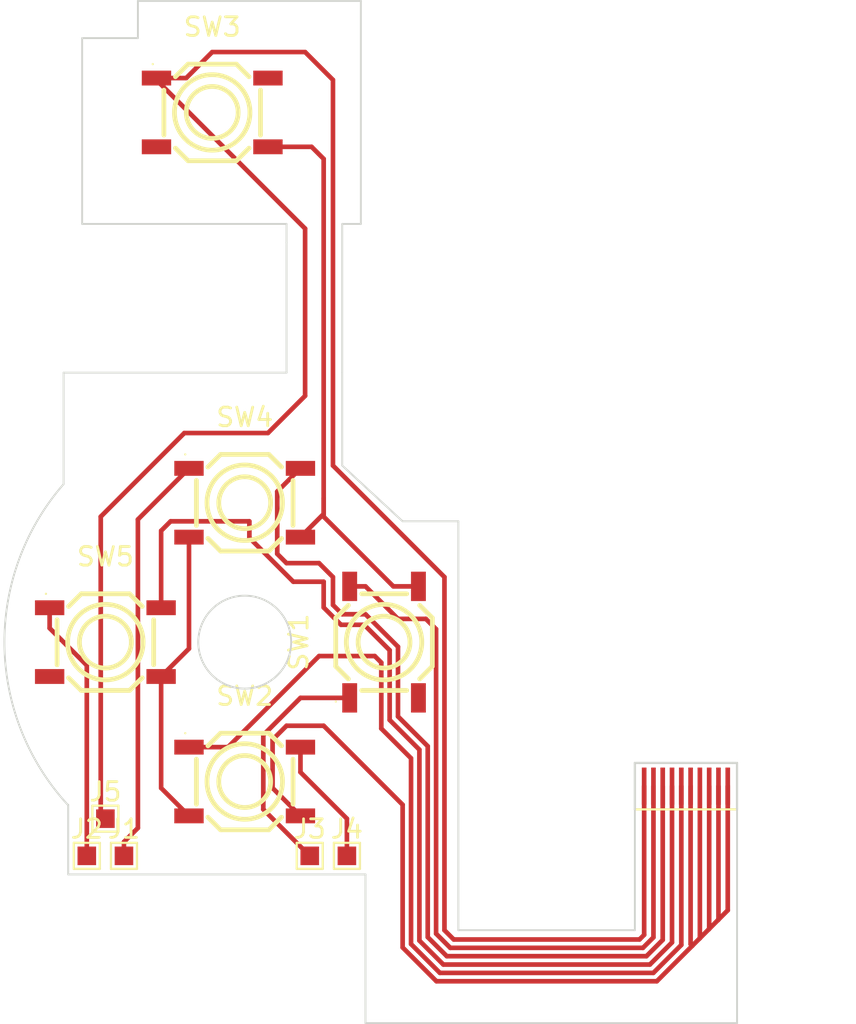
<source format=kicad_pcb>
(kicad_pcb (version 20211014) (generator pcbnew)
  (layers (0 "F.Cu" signal) (31 "B.Cu" signal) (34 "B.Paste" user) (35 "F.Paste" user) (36 "B.SilkS" user "B.Silkscreen") (37 "F.SilkS" user "F.Silkscreen") (38 "B.Mask" user) (39 "F.Mask" user) (44 "Edge.Cuts" user))
  (net 0 "")
  (net 1 "/l1")
  (net 2 "/right")
  (net 3 "/up")
  (net 4 "/left")
  (net 5 "/down")
  (net 6 "GND")
  (footprint "TestPoint:TestPoint_Pad_1.0x1.0mm" (layer "F.Cu") (at 116 127)
    (fp_text reference "J2" (at 0 -1.448) (layer "F.SilkS"))
    (fp_text value "Conn_01x01")
    (fp_line (start -0.7 0.7) (end -0.7 -0.7) (layer "F.SilkS") (width 0.12))
    (fp_line (start -0.7 -0.7) (end 0.7 -0.7) (layer "F.SilkS") (width 0.12))
    (fp_line (start 0.7 -0.7) (end 0.7 0.7) (layer "F.SilkS") (width 0.12))
    (fp_line (start 0.7 0.7) (end -0.7 0.7) (layer "F.SilkS") (width 0.12))
    (pad "1" smd rect (at 0 0) (size 1 1) (layers "F.Cu" "F.Mask") (net 4 "/left"))
  )
  (footprint "TestPoint:TestPoint_Pad_1.0x1.0mm" (layer "F.Cu") (at 128 127)
    (fp_text reference "J3" (at 0 -1.448) (layer "F.SilkS"))
    (fp_text value "Conn_01x01")
    (fp_line (start -0.7 0.7) (end -0.7 -0.7) (layer "F.SilkS") (width 0.12))
    (fp_line (start -0.7 -0.7) (end 0.7 -0.7) (layer "F.SilkS") (width 0.12))
    (fp_line (start 0.7 -0.7) (end 0.7 0.7) (layer "F.SilkS") (width 0.12))
    (fp_line (start 0.7 0.7) (end -0.7 0.7) (layer "F.SilkS") (width 0.12))
    (pad "1" smd rect (at 0 0) (size 1 1) (layers "F.Cu" "F.Mask") (net 2 "/right"))
  )
  (footprint "JLCPCB_footprint:SW-SMD_4P-L5.2-W5.2-P3.70-LS6.4" (layer "F.Cu") (at 132 115.5 90)
    (fp_text reference "SW1" (at 0 -4.6 90) (layer "F.SilkS"))
    (fp_text value "SKQGADE010")
    (fp_line (start 2.6 -1.2) (end 2.6 1.218745) (layer "F.SilkS") (width 0.254001))
    (fp_line (start -2.6 -1.2) (end -2.6 1.218745) (layer "F.SilkS") (width 0.254001))
    (fp_line (start 1.3 2.6) (end 1.979604 1.920396) (layer "F.SilkS") (width 0.254001))
    (fp_line (start 1.979604 -1.920396) (end 1.3 -2.6) (layer "F.SilkS") (width 0.254001))
    (fp_line (start -1.979604 1.920396) (end -1.3 2.6) (layer "F.SilkS") (width 0.254001))
    (fp_line (start 1.3 -2.6) (end -1.3 -2.6) (layer "F.SilkS") (width 0.254001))
    (fp_line (start -1.3 -2.6) (end -1.979604 -1.920396) (layer "F.SilkS") (width 0.254001))
    (fp_line (start -1.3 2.6) (end 1.3 2.6) (layer "F.SilkS") (width 0.254001))
    (fp_circle (center -3.200051 -2.6) (end -3.170053 -2.6) (layer "F.SilkS") (width 0.059995) (fill none))
    (fp_circle (center 0 0) (end 1.397003 0) (layer "F.SilkS") (width 0.254001) (fill none))
    (fp_circle (center 0 0) (end 2.032004 0) (layer "F.SilkS") (width 0.254001) (fill none))
    (pad "1" smd rect locked (at -3 -1.849886 90) (size 1.58001 0.8) (layers "F.Cu" "F.Paste" "F.Mask") (net 2 "/right"))
    (pad "2" smd rect locked (at 3 -1.849886 90) (size 1.58001 0.8) (layers "F.Cu" "F.Paste" "F.Mask") (net 2 "/right"))
    (pad "3" smd rect locked (at -3 1.849886 90) (size 1.58001 0.8) (layers "F.Cu" "F.Paste" "F.Mask") (net 6 "GND"))
    (pad "4" smd rect locked (at 3 1.849886 90) (size 1.58001 0.8) (layers "F.Cu" "F.Paste" "F.Mask") (net 6 "GND"))
  )
  (footprint "JLCPCB_footprint:SW-SMD_4P-L5.2-W5.2-P3.70-LS6.4" (layer "F.Cu") (at 117 115.5)
    (fp_text reference "SW5" (at 0 -4.6) (layer "F.SilkS"))
    (fp_text value "SKQGADE010")
    (fp_line (start 2.6 -1.2) (end 2.6 1.218745) (layer "F.SilkS") (width 0.254001))
    (fp_line (start 1.3 2.6) (end 1.979604 1.920396) (layer "F.SilkS") (width 0.254001))
    (fp_line (start 1.3 -2.6) (end -1.3 -2.6) (layer "F.SilkS") (width 0.254001))
    (fp_line (start -1.979604 1.920396) (end -1.3 2.6) (layer "F.SilkS") (width 0.254001))
    (fp_line (start 1.979604 -1.920396) (end 1.3 -2.6) (layer "F.SilkS") (width 0.254001))
    (fp_line (start -2.6 -1.2) (end -2.6 1.218745) (layer "F.SilkS") (width 0.254001))
    (fp_line (start -1.3 -2.6) (end -1.979604 -1.920396) (layer "F.SilkS") (width 0.254001))
    (fp_line (start -1.3 2.6) (end 1.3 2.6) (layer "F.SilkS") (width 0.254001))
    (fp_circle (center 0 0) (end 1.397003 0) (layer "F.SilkS") (width 0.254001) (fill none))
    (fp_circle (center -3.200051 -2.6) (end -3.170053 -2.6) (layer "F.SilkS") (width 0.059995) (fill none))
    (fp_circle (center 0 0) (end 2.032004 0) (layer "F.SilkS") (width 0.254001) (fill none))
    (pad "1" smd rect locked (at -3 -1.849886) (size 1.58001 0.8) (layers "F.Cu" "F.Paste" "F.Mask") (net 4 "/left"))
    (pad "2" smd rect locked (at 3 -1.849886) (size 1.58001 0.8) (layers "F.Cu" "F.Paste" "F.Mask") (net 4 "/left"))
    (pad "3" smd rect locked (at -3 1.849886) (size 1.58001 0.8) (layers "F.Cu" "F.Paste" "F.Mask") (net 6 "GND"))
    (pad "4" smd rect locked (at 3 1.849886) (size 1.58001 0.8) (layers "F.Cu" "F.Paste" "F.Mask") (net 6 "GND"))
  )
  (footprint "TestPoint:TestPoint_Pad_1.0x1.0mm" (layer "F.Cu") (at 118 127)
    (fp_text reference "J1" (at 0 -1.448) (layer "F.SilkS"))
    (fp_text value "Conn_01x01")
    (fp_line (start -0.7 0.7) (end -0.7 -0.7) (layer "F.SilkS") (width 0.12))
    (fp_line (start 0.7 -0.7) (end 0.7 0.7) (layer "F.SilkS") (width 0.12))
    (fp_line (start 0.7 0.7) (end -0.7 0.7) (layer "F.SilkS") (width 0.12))
    (fp_line (start -0.7 -0.7) (end 0.7 -0.7) (layer "F.SilkS") (width 0.12))
    (pad "1" smd rect (at 0 0) (size 1 1) (layers "F.Cu" "F.Mask") (net 3 "/up"))
  )
  (footprint "JLCPCB_footprint:SW-SMD_4P-L5.2-W5.2-P3.70-LS6.4" (layer "F.Cu") (at 124.5 108)
    (fp_text reference "SW4" (at 0 -4.6) (layer "F.SilkS"))
    (fp_text value "SKQGADE010")
    (fp_line (start -1.3 -2.6) (end -1.979604 -1.920396) (layer "F.SilkS") (width 0.254001))
    (fp_line (start -1.3 2.6) (end 1.3 2.6) (layer "F.SilkS") (width 0.254001))
    (fp_line (start 2.6 -1.2) (end 2.6 1.218745) (layer "F.SilkS") (width 0.254001))
    (fp_line (start -2.6 -1.2) (end -2.6 1.218745) (layer "F.SilkS") (width 0.254001))
    (fp_line (start 1.3 2.6) (end 1.979604 1.920396) (layer "F.SilkS") (width 0.254001))
    (fp_line (start -1.979604 1.920396) (end -1.3 2.6) (layer "F.SilkS") (width 0.254001))
    (fp_line (start 1.979604 -1.920396) (end 1.3 -2.6) (layer "F.SilkS") (width 0.254001))
    (fp_line (start 1.3 -2.6) (end -1.3 -2.6) (layer "F.SilkS") (width 0.254001))
    (fp_circle (center 0 0) (end 1.397003 0) (layer "F.SilkS") (width 0.254001) (fill none))
    (fp_circle (center -3.200051 -2.6) (end -3.170053 -2.6) (layer "F.SilkS") (width 0.059995) (fill none))
    (fp_circle (center 0 0) (end 2.032004 0) (layer "F.SilkS") (width 0.254001) (fill none))
    (pad "1" smd rect locked (at -3 -1.849886) (size 1.58001 0.8) (layers "F.Cu" "F.Paste" "F.Mask") (net 3 "/up"))
    (pad "2" smd rect locked (at 3 -1.849886) (size 1.58001 0.8) (layers "F.Cu" "F.Paste" "F.Mask") (net 3 "/up"))
    (pad "3" smd rect locked (at -3 1.849886) (size 1.58001 0.8) (layers "F.Cu" "F.Paste" "F.Mask") (net 6 "GND"))
    (pad "4" smd rect locked (at 3 1.849886) (size 1.58001 0.8) (layers "F.Cu" "F.Paste" "F.Mask") (net 6 "GND"))
  )
  (footprint "JLCPCB_footprint:SW-SMD_4P-L5.2-W5.2-P3.70-LS6.4" (layer "F.Cu") (at 124.5 123)
    (fp_text reference "SW2" (at 0 -4.6) (layer "F.SilkS"))
    (fp_text value "SKQGADE010")
    (fp_line (start -1.3 -2.6) (end -1.979604 -1.920396) (layer "F.SilkS") (width 0.254001))
    (fp_line (start 2.6 -1.2) (end 2.6 1.218745) (layer "F.SilkS") (width 0.254001))
    (fp_line (start 1.3 2.6) (end 1.979604 1.920396) (layer "F.SilkS") (width 0.254001))
    (fp_line (start 1.979604 -1.920396) (end 1.3 -2.6) (layer "F.SilkS") (width 0.254001))
    (fp_line (start -1.979604 1.920396) (end -1.3 2.6) (layer "F.SilkS") (width 0.254001))
    (fp_line (start 1.3 -2.6) (end -1.3 -2.6) (layer "F.SilkS") (width 0.254001))
    (fp_line (start -1.3 2.6) (end 1.3 2.6) (layer "F.SilkS") (width 0.254001))
    (fp_line (start -2.6 -1.2) (end -2.6 1.218745) (layer "F.SilkS") (width 0.254001))
    (fp_circle (center 0 0) (end 1.397003 0) (layer "F.SilkS") (width 0.254001) (fill none))
    (fp_circle (center -3.200051 -2.6) (end -3.170053 -2.6) (layer "F.SilkS") (width 0.059995) (fill none))
    (fp_circle (center 0 0) (end 2.032004 0) (layer "F.SilkS") (width 0.254001) (fill none))
    (pad "1" smd rect locked (at -3 -1.849886) (size 1.58001 0.8) (layers "F.Cu" "F.Paste" "F.Mask") (net 5 "/down"))
    (pad "2" smd rect locked (at 3 -1.849886) (size 1.58001 0.8) (layers "F.Cu" "F.Paste" "F.Mask") (net 5 "/down"))
    (pad "3" smd rect locked (at -3 1.849886) (size 1.58001 0.8) (layers "F.Cu" "F.Paste" "F.Mask") (net 6 "GND"))
    (pad "4" smd rect locked (at 3 1.849886) (size 1.58001 0.8) (layers "F.Cu" "F.Paste" "F.Mask") (net 6 "GND"))
  )
  (footprint "TestPoint:TestPoint_Pad_1.0x1.0mm" (layer "F.Cu") (at 130 127)
    (fp_text reference "J4" (at 0 -1.448) (layer "F.SilkS"))
    (fp_text value "Conn_01x01")
    (fp_line (start -0.7 0.7) (end -0.7 -0.7) (layer "F.SilkS") (width 0.12))
    (fp_line (start -0.7 -0.7) (end 0.7 -0.7) (layer "F.SilkS") (width 0.12))
    (fp_line (start 0.7 -0.7) (end 0.7 0.7) (layer "F.SilkS") (width 0.12))
    (fp_line (start 0.7 0.7) (end -0.7 0.7) (layer "F.SilkS") (width 0.12))
    (pad "1" smd rect (at 0 0) (size 1 1) (layers "F.Cu" "F.Mask") (net 5 "/down"))
  )
  (footprint "consolizer:flex_short_10" (layer "F.Cu") (at 148.5 123.25)
    (fp_text reference "C1" hide)
    (fp_text value "trill-flex-conector_10")
    (fp_line (start -3 1.25) (end 2.5 1.25) (layer "F.SilkS") (width 0.12))
    (fp_line (start 2.25 -1.25) (end 2.5 -1.25) (layer "Edge.Cuts") (width 0.12))
    (fp_line (start -2.75 -1.25) (end -3 -1.25) (layer "Edge.Cuts") (width 0.12))
    (fp_line (start -3 -1.25) (end -3 1.25) (layer "Edge.Cuts") (width 0.12))
    (fp_line (start 2.5 -1.25) (end 2.5 1.25) (layer "Edge.Cuts") (width 0.12))
    (fp_line (start -2.75 -1.25) (end 2.25 -1.25) (layer "Edge.Cuts") (width 0.12))
    (pad "1" smd rect (at -2.5 0) (size 0.25 2) (layers "F.Cu" "F.Paste" "F.Mask") (net 1 "/l1"))
    (pad "2" smd rect (at -2 0) (size 0.25 2) (layers "F.Cu" "F.Paste" "F.Mask") (net 2 "/right"))
    (pad "3" smd rect (at -1.5 0) (size 0.25 2) (layers "F.Cu" "F.Paste" "F.Mask") (net 3 "/up"))
    (pad "4" smd rect (at -1 0) (size 0.25 2) (layers "F.Cu" "F.Paste" "F.Mask") (net 4 "/left"))
    (pad "5" smd rect (at -0.5 0) (size 0.25 2) (layers "F.Cu" "F.Paste" "F.Mask") (net 5 "/down"))
    (pad "6" smd rect (at 0 0) (size 0.25 2) (layers "F.Cu" "F.Paste" "F.Mask") (net 6 "GND"))
    (pad "7" smd rect (at 0.5 0) (size 0.25 2) (layers "F.Cu" "F.Paste" "F.Mask") (net 6 "GND"))
    (pad "8" smd rect (at 1 0) (size 0.25 2) (layers "F.Cu" "F.Paste" "F.Mask") (net 6 "GND"))
    (pad "9" smd rect (at 1.5 0) (size 0.25 2) (layers "F.Cu" "F.Paste" "F.Mask") (net 6 "GND"))
    (pad "10" smd rect (at 2 0) (size 0.25 2) (layers "F.Cu" "F.Paste" "F.Mask") (net 6 "GND"))
  )
  (footprint "TestPoint:TestPoint_Pad_1.0x1.0mm" (layer "F.Cu") (at 117 125)
    (fp_text reference "J5" (at 0 -1.448) (layer "F.SilkS"))
    (fp_text value "Conn_01x01")
    (fp_line (start 0.7 -0.7) (end 0.7 0.7) (layer "F.SilkS") (width 0.12))
    (fp_line (start 0.7 0.7) (end -0.7 0.7) (layer "F.SilkS") (width 0.12))
    (fp_line (start -0.7 0.7) (end -0.7 -0.7) (layer "F.SilkS") (width 0.12))
    (fp_line (start -0.7 -0.7) (end 0.7 -0.7) (layer "F.SilkS") (width 0.12))
    (pad "1" smd rect (at 0 0) (size 1 1) (layers "F.Cu" "F.Mask") (net 1 "/l1"))
  )
  (footprint "JLCPCB_footprint:SW-SMD_4P-L5.2-W5.2-P3.70-LS6.4" (layer "F.Cu") (at 122.75 87)
    (fp_text reference "SW3" (at 0 -4.6) (layer "F.SilkS"))
    (fp_text value "SKQGADE010")
    (fp_line (start -1.979604 1.920396) (end -1.3 2.6) (layer "F.SilkS") (width 0.254001))
    (fp_line (start 1.3 2.6) (end 1.979604 1.920396) (layer "F.SilkS") (width 0.254001))
    (fp_line (start -1.3 2.6) (end 1.3 2.6) (layer "F.SilkS") (width 0.254001))
    (fp_line (start -1.3 -2.6) (end -1.979604 -1.920396) (layer "F.SilkS") (width 0.254001))
    (fp_line (start 1.979604 -1.920396) (end 1.3 -2.6) (layer "F.SilkS") (width 0.254001))
    (fp_line (start -2.6 -1.2) (end -2.6 1.218745) (layer "F.SilkS") (width 0.254001))
    (fp_line (start 2.6 -1.2) (end 2.6 1.218745) (layer "F.SilkS") (width 0.254001))
    (fp_line (start 1.3 -2.6) (end -1.3 -2.6) (layer "F.SilkS") (width 0.254001))
    (fp_circle (center 0 0) (end 1.397003 0) (layer "F.SilkS") (width 0.254001) (fill none))
    (fp_circle (center 0 0) (end 2.032004 0) (layer "F.SilkS") (width 0.254001) (fill none))
    (fp_circle (center -3.200051 -2.6) (end -3.170053 -2.6) (layer "F.SilkS") (width 0.059995) (fill none))
    (pad "1" smd rect locked (at -3 -1.849886) (size 1.58001 0.8) (layers "F.Cu" "F.Paste" "F.Mask") (net 1 "/l1"))
    (pad "2" smd rect locked (at 3 -1.849886) (size 1.58001 0.8) (layers "F.Cu" "F.Paste" "F.Mask") (net 1 "/l1"))
    (pad "3" smd rect locked (at -3 1.849886) (size 1.58001 0.8) (layers "F.Cu" "F.Paste" "F.Mask") (net 6 "GND"))
    (pad "4" smd rect locked (at 3 1.849886) (size 1.58001 0.8) (layers "F.Cu" "F.Paste" "F.Mask") (net 6 "GND"))
  )
  (gr_line (start 114.75 101) (end 126.75 101) (layer "Edge.Cuts") (width 0.1))
  (gr_line (start 118.75 81) (end 118.75 83) (layer "Edge.Cuts") (width 0.1))
  (gr_line (start 136 109) (end 133 109) (layer "Edge.Cuts") (width 0.1))
  (gr_line (start 129.75 93) (end 129.75 101) (layer "Edge.Cuts") (width 0.1))
  (gr_line (start 115 124.25) (end 115 128) (layer "Edge.Cuts") (width 0.1))
  (gr_line (start 151 136) (end 151 124.5) (layer "Edge.Cuts") (width 0.1))
  (gr_line (start 115.75 93) (end 126.75 93) (layer "Edge.Cuts") (width 0.1))
  (gr_line (start 129.75 106) (end 129.75 101) (layer "Edge.Cuts") (width 0.1))
  (gr_line (start 133 109) (end 129.75 106) (layer "Edge.Cuts") (width 0.1))
  (gr_circle (center 124.5 115.5) (end 127 115.5) (layer "Edge.Cuts") (width 0.1) (fill none))
  (gr_line (start 126.75 93) (end 126.75 94) (layer "Edge.Cuts") (width 0.1))
  (gr_line (start 130.75 93) (end 130.75 81) (layer "Edge.Cuts") (width 0.1))
  (gr_line (start 145.5 131) (end 136 131) (layer "Edge.Cuts") (width 0.1))
  (gr_line (start 129.75 93) (end 130.75 93) (layer "Edge.Cuts") (width 0.1))
  (gr_line (start 115.75 83) (end 115.75 93) (layer "Edge.Cuts") (width 0.1))
  (gr_line (start 131 136) (end 131 128) (layer "Edge.Cuts") (width 0.1))
  (gr_line (start 118.75 83) (end 115.75 83) (layer "Edge.Cuts") (width 0.1))
  (gr_line (start 131 136) (end 151 136) (layer "Edge.Cuts") (width 0.1))
  (gr_line (start 145.5 124.5) (end 145.5 131) (layer "Edge.Cuts") (width 0.1))
  (gr_line (start 130.75 81) (end 118.75 81) (layer "Edge.Cuts") (width 0.1))
  (gr_line (start 126.75 94) (end 126.75 101) (layer "Edge.Cuts") (width 0.1))
  (gr_line (start 115 128) (end 131 128) (layer "Edge.Cuts") (width 0.1))
  (gr_line (start 114.75 107) (end 114.75 101) (layer "Edge.Cuts") (width 0.1))
  (gr_line (start 136 131) (end 136 109) (layer "Edge.Cuts") (width 0.1))
  (gr_arc (start 114.985773 124.263103) (mid 111.566273 115.676644) (end 114.75 107) (layer "Edge.Cuts") (width 0.1))
  (segment (start 116.75 108.75) (end 121.25 104.25) (width 0.25) (layer "F.Cu") (net 1))
  (segment (start 135.25 131) (end 135.25 112) (width 0.25) (layer "F.Cu") (net 1))
  (segment (start 125.75 104.25) (end 127.75 102.25) (width 0.25) (layer "F.Cu") (net 1))
  (segment (start 127.75 83.75) (end 122.75 83.75) (width 0.25) (layer "F.Cu") (net 1))
  (segment (start 135.75 131.5) (end 135.25 131) (width 0.25) (layer "F.Cu") (net 1))
  (segment (start 146 131.25) (end 145.75 131.5) (width 0.25) (layer "F.Cu") (net 1))
  (segment (start 121.25 104.25) (end 125.75 104.25) (width 0.25) (layer "F.Cu") (net 1))
  (segment (start 121.349886 85.150114) (end 119.75 85.150114) (width 0.25) (layer "F.Cu") (net 1))
  (segment (start 145.75 131.5) (end 135.75 131.5) (width 0.25) (layer "F.Cu") (net 1))
  (segment (start 127.75 93.25) (end 119.75 85.25) (width 0.25) (layer "F.Cu") (net 1))
  (segment (start 127.75 102.25) (end 127.75 93.25) (width 0.25) (layer "F.Cu") (net 1))
  (segment (start 122.75 83.75) (end 121.349886 85.150114) (width 0.25) (layer "F.Cu") (net 1))
  (segment (start 129.25 85.25) (end 127.75 83.75) (width 0.25) (layer "F.Cu") (net 1))
  (segment (start 146 123.25) (end 146 131.25) (width 0.25) (layer "F.Cu") (net 1))
  (segment (start 135.25 112) (end 129.25 106) (width 0.25) (layer "F.Cu") (net 1))
  (segment (start 129.25 106) (end 129.25 85.25) (width 0.25) (layer "F.Cu") (net 1))
  (segment (start 116.75 125.25) (end 116.75 108.75) (width 0.25) (layer "F.Cu") (net 1))
  (segment (start 119.75 85.25) (end 119.75 85.150114) (width 0.25) (layer "F.Cu") (net 1))
  (segment (start 131 112.5) (end 130.150114 112.5) (width 0.25) (layer "F.Cu") (net 2))
  (segment (start 135.563802 131.94952) (end 134.80048 131.186197) (width 0.25) (layer "F.Cu") (net 2))
  (segment (start 132.75 114.25) (end 131 112.5) (width 0.25) (layer "F.Cu") (net 2))
  (segment (start 134.80048 114.80048) (end 134.25 114.25) (width 0.25) (layer "F.Cu") (net 2))
  (segment (start 130.150114 118.5) (end 127.5 118.5) (width 0.25) (layer "F.Cu") (net 2))
  (segment (start 146.5 123.25) (end 146.5 131.385717) (width 0.25) (layer "F.Cu") (net 2))
  (segment (start 125.5 120.5) (end 125.5 124.5) (width 0.25) (layer "F.Cu") (net 2))
  (segment (start 134.80048 131.186197) (end 134.80048 114.80048) (width 0.25) (layer "F.Cu") (net 2))
  (segment (start 146.5 131.385717) (end 145.936197 131.94952) (width 0.25) (layer "F.Cu") (net 2))
  (segment (start 125.5 124.5) (end 128 127) (width 0.25) (layer "F.Cu") (net 2))
  (segment (start 145.936197 131.94952) (end 135.563802 131.94952) (width 0.25) (layer "F.Cu") (net 2))
  (segment (start 127.5 118.5) (end 125.5 120.5) (width 0.25) (layer "F.Cu") (net 2))
  (segment (start 134.25 114.25) (end 132.75 114.25) (width 0.25) (layer "F.Cu") (net 2))
  (segment (start 118 127) (end 118 126.25) (width 0.25) (layer "F.Cu") (net 3))
  (segment (start 132.75 119.5) (end 132.75 115.75) (width 0.25) (layer "F.Cu") (net 3))
  (segment (start 118 126.25) (end 118.75 125.5) (width 0.25) (layer "F.Cu") (net 3))
  (segment (start 135.377604 132.399039) (end 134.35096 131.372395) (width 0.25) (layer "F.Cu") (net 3))
  (segment (start 129.25 112) (end 128.5 111.25) (width 0.25) (layer "F.Cu") (net 3))
  (segment (start 118.75 125.5) (end 118.75 108.900114) (width 0.25) (layer "F.Cu") (net 3))
  (segment (start 134.35096 121.10096) (end 132.75 119.5) (width 0.25) (layer "F.Cu") (net 3))
  (segment (start 147 131.521434) (end 146.122394 132.39904) (width 0.25) (layer "F.Cu") (net 3))
  (segment (start 129.25 113.5) (end 129.25 112) (width 0.25) (layer "F.Cu") (net 3))
  (segment (start 146.122394 132.39904) (end 135.377604 132.399039) (width 0.25) (layer "F.Cu") (net 3))
  (segment (start 131 114) (end 129.75 114) (width 0.25) (layer "F.Cu") (net 3))
  (segment (start 126.25 110.75) (end 126.25 107.400114) (width 0.25) (layer "F.Cu") (net 3))
  (segment (start 134.35096 131.372395) (end 134.35096 121.10096) (width 0.25) (layer "F.Cu") (net 3))
  (segment (start 132.75 115.75) (end 131 114) (width 0.25) (layer "F.Cu") (net 3))
  (segment (start 129.75 114) (end 129.25 113.5) (width 0.25) (layer "F.Cu") (net 3))
  (segment (start 147 123.25) (end 147 131.521434) (width 0.25) (layer "F.Cu") (net 3))
  (segment (start 126.75 111.25) (end 126.25 110.75) (width 0.25) (layer "F.Cu") (net 3))
  (segment (start 128.5 111.25) (end 126.75 111.25) (width 0.25) (layer "F.Cu") (net 3))
  (segment (start 118.75 108.900114) (end 121.5 106.150114) (width 0.25) (layer "F.Cu") (net 3))
  (segment (start 126.25 107.400114) (end 127.5 106.150114) (width 0.25) (layer "F.Cu") (net 3))
  (segment (start 128.75 112.25) (end 127.114283 112.25) (width 0.25) (layer "F.Cu") (net 4))
  (segment (start 120.510859 109) (end 120 109.510859) (width 0.25) (layer "F.Cu") (net 4))
  (segment (start 147.5 131.657151) (end 146.308591 132.84856) (width 0.25) (layer "F.Cu") (net 4))
  (segment (start 135.191408 132.84856) (end 133.90144 131.558592) (width 0.25) (layer "F.Cu") (net 4))
  (segment (start 133.90144 131.558592) (end 133.90144 121.287158) (width 0.25) (layer "F.Cu") (net 4))
  (segment (start 130.932141 114.567859) (end 129.682142 114.567859) (width 0.25) (layer "F.Cu") (net 4))
  (segment (start 146.308591 132.84856) (end 135.191408 132.84856) (width 0.25) (layer "F.Cu") (net 4))
  (segment (start 132.30048 119.686197) (end 132.30048 115.936198) (width 0.25) (layer "F.Cu") (net 4))
  (segment (start 124.75 109.885717) (end 124.75 109) (width 0.25) (layer "F.Cu") (net 4))
  (segment (start 147.5 123.25) (end 147.5 131.657151) (width 0.25) (layer "F.Cu") (net 4))
  (segment (start 128.75 113.635717) (end 128.75 112.25) (width 0.25) (layer "F.Cu") (net 4))
  (segment (start 127.114283 112.25) (end 124.75 109.885717) (width 0.25) (layer "F.Cu") (net 4))
  (segment (start 114 113.650114) (end 114 114.75) (width 0.25) (layer "F.Cu") (net 4))
  (segment (start 133.90144 121.287158) (end 132.30048 119.686197) (width 0.25) (layer "F.Cu") (net 4))
  (segment (start 114 114.75) (end 116 116.75) (width 0.25) (layer "F.Cu") (net 4))
  (segment (start 132.30048 115.936198) (end 130.932141 114.567859) (width 0.25) (layer "F.Cu") (net 4))
  (segment (start 129.682142 114.567859) (end 128.75 113.635717) (width 0.25) (layer "F.Cu") (net 4))
  (segment (start 120 109.510859) (end 120 113.650114) (width 0.25) (layer "F.Cu") (net 4))
  (segment (start 124.75 109) (end 120.510859 109) (width 0.25) (layer "F.Cu") (net 4))
  (segment (start 116 116.75) (end 116 127) (width 0.25) (layer "F.Cu") (net 4))
  (segment (start 133.45192 131.744789) (end 133.45192 121.75) (width 0.25) (layer "F.Cu") (net 5))
  (segment (start 131.5 116.25) (end 128.5 116.25) (width 0.25) (layer "F.Cu") (net 5))
  (segment (start 135.005211 133.29808) (end 133.45192 131.744789) (width 0.25) (layer "F.Cu") (net 5))
  (segment (start 133.45192 121.75) (end 131.85096 120.14904) (width 0.25) (layer "F.Cu") (net 5))
  (segment (start 128.5 116.25) (end 123.599886 121.150114) (width 0.25) (layer "F.Cu") (net 5))
  (segment (start 148 123.25) (end 148 131.792868) (width 0.25) (layer "F.Cu") (net 5))
  (segment (start 130 125) (end 130 127.25) (width 0.25) (layer "F.Cu") (net 5))
  (segment (start 127.5 121.150114) (end 127.5 122.5) (width 0.25) (layer "F.Cu") (net 5))
  (segment (start 131.85096 120.14904) (end 131.85096 116.60096) (width 0.25) (layer "F.Cu") (net 5))
  (segment (start 123.599886 121.150114) (end 121.5 121.150114) (width 0.25) (layer "F.Cu") (net 5))
  (segment (start 127.5 122.5) (end 130 125) (width 0.25) (layer "F.Cu") (net 5))
  (segment (start 146.494788 133.29808) (end 135.005211 133.29808) (width 0.25) (layer "F.Cu") (net 5))
  (segment (start 131.85096 116.60096) (end 131.5 116.25) (width 0.25) (layer "F.Cu") (net 5))
  (segment (start 148 131.792868) (end 146.494788 133.29808) (width 0.25) (layer "F.Cu") (net 5))
  (segment (start 128.75 108.599886) (end 127.5 109.849886) (width 0.25) (layer "F.Cu") (net 6))
  (segment (start 149.964293 130.464293) (end 149.464293 130.964293) (width 0.25) (layer "F.Cu") (net 6))
  (segment (start 120 123.349886) (end 121.5 124.849886) (width 0.25) (layer "F.Cu") (net 6))
  (segment (start 148.589293 131.839293) (end 146.680985 133.7476) (width 0.25) (layer "F.Cu") (net 6))
  (segment (start 126 120.75) (end 126 123.349886) (width 0.25) (layer "F.Cu") (net 6))
  (segment (start 150.5 129.928585) (end 149.964293 130.464293) (width 0.25) (layer "F.Cu") (net 6))
  (segment (start 133 131.928586) (end 133 124.25) (width 0.25) (layer "F.Cu") (net 6))
  (segment (start 128.75 89.5) (end 128.75 107.75) (width 0.25) (layer "F.Cu") (net 6))
  (segment (start 149 123.25) (end 149 131.428586) (width 0.25) (layer "F.Cu") (net 6))
  (segment (start 149.464293 130.964293) (end 148.964293 131.464293) (width 0.25) (layer "F.Cu") (net 6))
  (segment (start 128.75 108.75) (end 128.75 107.75) (width 0.25) (layer "F.Cu") (net 6))
  (segment (start 128.75 120) (end 126.75 120) (width 0.25) (layer "F.Cu") (net 6))
  (segment (start 133 124.25) (end 128.75 120) (width 0.25) (layer "F.Cu") (net 6))
  (segment (start 126.75 120) (end 126 120.75) (width 0.25) (layer "F.Cu") (net 6))
  (segment (start 133.849886 112.5) (end 132.5 112.5) (width 0.25) (layer "F.Cu") (net 6))
  (segment (start 120 117.349886) (end 121.5 115.849886) (width 0.25) (layer "F.Cu") (net 6))
  (segment (start 126 123.349886) (end 127.5 124.849886) (width 0.25) (layer "F.Cu") (net 6))
  (segment (start 120 117.349886) (end 120 123.349886) (width 0.25) (layer "F.Cu") (net 6))
  (segment (start 149.5 123.25) (end 149.5 130.928586) (width 0.25) (layer "F.Cu") (net 6))
  (segment (start 150 130.428586) (end 149.964293 130.464293) (width 0.25) (layer "F.Cu") (net 6))
  (segment (start 150 123.25) (end 150 130.428586) (width 0.25) (layer "F.Cu") (net 6))
  (segment (start 128.099886 88.849886) (end 128.75 89.5) (width 0.25) (layer "F.Cu") (net 6))
  (segment (start 132.5 112.5) (end 128.75 108.75) (width 0.25) (layer "F.Cu") (net 6))
  (segment (start 128.75 107.75) (end 128.75 108.599886) (width 0.25) (layer "F.Cu") (net 6))
  (segment (start 149.5 130.928586) (end 149.464293 130.964293) (width 0.25) (layer "F.Cu") (net 6))
  (segment (start 125.75 88.849886) (end 128.099886 88.849886) (width 0.25) (layer "F.Cu") (net 6))
  (segment (start 148.5 131.75) (end 148.589293 131.839293) (width 0.25) (layer "F.Cu") (net 6))
  (segment (start 149 131.428586) (end 148.964293 131.464293) (width 0.25) (layer "F.Cu") (net 6))
  (segment (start 134.819014 133.7476) (end 133 131.928586) (width 0.25) (layer "F.Cu") (net 6))
  (segment (start 148.964293 131.464293) (end 148.589293 131.839293) (width 0.25) (layer "F.Cu") (net 6))
  (segment (start 148.5 123.25) (end 148.5 131.75) (width 0.25) (layer "F.Cu") (net 6))
  (segment (start 146.680985 133.7476) (end 134.819014 133.7476) (width 0.25) (layer "F.Cu") (net 6))
  (segment (start 150.5 123.25) (end 150.5 129.928585) (width 0.25) (layer "F.Cu") (net 6))
  (segment (start 121.5 115.849886) (end 121.5 109.849886) (width 0.25) (layer "F.Cu") (net 6))
)
</source>
